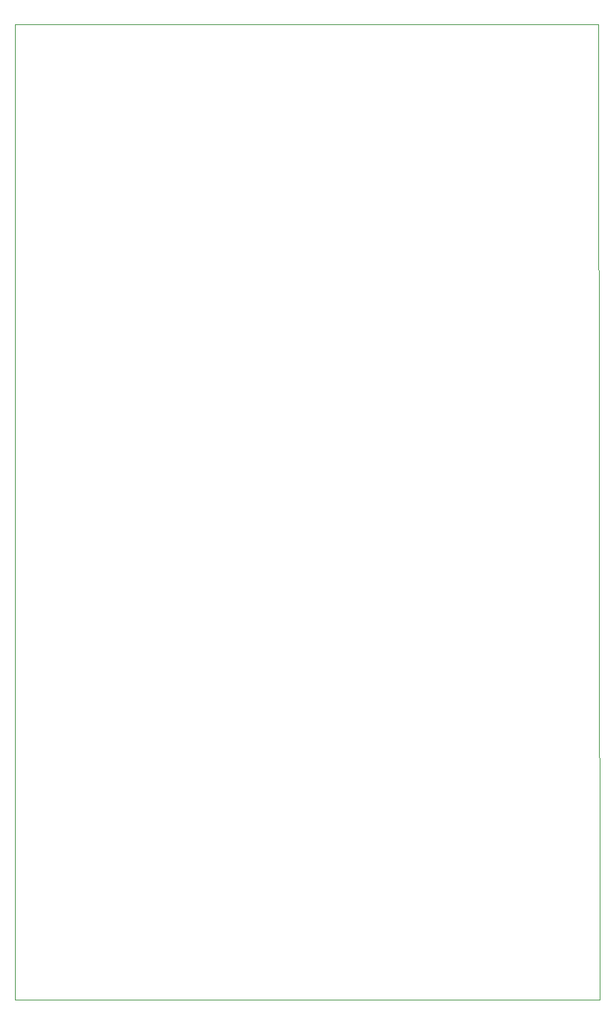
<source format=gbr>
%TF.GenerationSoftware,KiCad,Pcbnew,(5.1.10)-1*%
%TF.CreationDate,2022-09-07T09:40:49-04:00*%
%TF.ProjectId,BlenderMacroBoardPCB,426c656e-6465-4724-9d61-63726f426f61,rev?*%
%TF.SameCoordinates,Original*%
%TF.FileFunction,Profile,NP*%
%FSLAX46Y46*%
G04 Gerber Fmt 4.6, Leading zero omitted, Abs format (unit mm)*
G04 Created by KiCad (PCBNEW (5.1.10)-1) date 2022-09-07 09:40:49*
%MOMM*%
%LPD*%
G01*
G04 APERTURE LIST*
%TA.AperFunction,Profile*%
%ADD10C,0.050000*%
%TD*%
G04 APERTURE END LIST*
D10*
X116078000Y-152400000D02*
X116078000Y-36957000D01*
X185293000Y-36957000D02*
X185420000Y-152400000D01*
X116078000Y-36957000D02*
X185293000Y-36957000D01*
X185420000Y-152400000D02*
X116078000Y-152400000D01*
M02*

</source>
